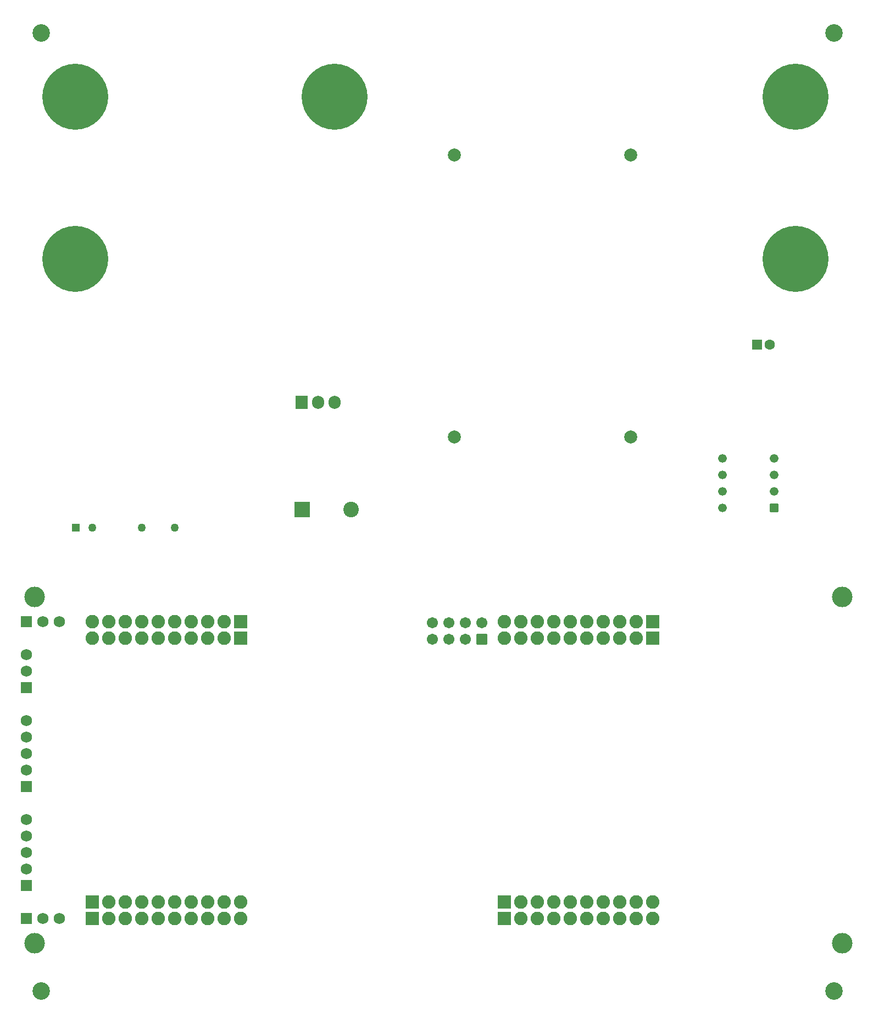
<source format=gbr>
%TF.GenerationSoftware,KiCad,Pcbnew,8.0.7*%
%TF.CreationDate,2025-03-02T22:18:17-05:00*%
%TF.ProjectId,Buck_Converter,4275636b-5f43-46f6-9e76-65727465722e,v0*%
%TF.SameCoordinates,Original*%
%TF.FileFunction,Soldermask,Bot*%
%TF.FilePolarity,Negative*%
%FSLAX46Y46*%
G04 Gerber Fmt 4.6, Leading zero omitted, Abs format (unit mm)*
G04 Created by KiCad (PCBNEW 8.0.7) date 2025-03-02 22:18:17*
%MOMM*%
%LPD*%
G01*
G04 APERTURE LIST*
G04 Aperture macros list*
%AMRoundRect*
0 Rectangle with rounded corners*
0 $1 Rounding radius*
0 $2 $3 $4 $5 $6 $7 $8 $9 X,Y pos of 4 corners*
0 Add a 4 corners polygon primitive as box body*
4,1,4,$2,$3,$4,$5,$6,$7,$8,$9,$2,$3,0*
0 Add four circle primitives for the rounded corners*
1,1,$1+$1,$2,$3*
1,1,$1+$1,$4,$5*
1,1,$1+$1,$6,$7*
1,1,$1+$1,$8,$9*
0 Add four rect primitives between the rounded corners*
20,1,$1+$1,$2,$3,$4,$5,0*
20,1,$1+$1,$4,$5,$6,$7,0*
20,1,$1+$1,$6,$7,$8,$9,0*
20,1,$1+$1,$8,$9,$2,$3,0*%
G04 Aperture macros list end*
%ADD10C,10.160000*%
%ADD11R,1.600000X1.600000*%
%ADD12C,1.600000*%
%ADD13C,2.000000*%
%ADD14C,2.700000*%
%ADD15C,3.175000*%
%ADD16RoundRect,0.102000X0.939800X0.939800X-0.939800X0.939800X-0.939800X-0.939800X0.939800X-0.939800X0*%
%ADD17C,2.083600*%
%ADD18RoundRect,0.102000X0.762000X0.762000X-0.762000X0.762000X-0.762000X-0.762000X0.762000X-0.762000X0*%
%ADD19C,1.728000*%
%ADD20RoundRect,0.102000X0.750000X0.750000X-0.750000X0.750000X-0.750000X-0.750000X0.750000X-0.750000X0*%
%ADD21C,1.704000*%
%ADD22RoundRect,0.102000X0.565000X0.565000X-0.565000X0.565000X-0.565000X-0.565000X0.565000X-0.565000X0*%
%ADD23C,1.334000*%
%ADD24R,1.905000X2.000000*%
%ADD25O,1.905000X2.000000*%
%ADD26R,1.270000X1.270000*%
%ADD27C,1.270000*%
%ADD28R,2.400000X2.400000*%
%ADD29C,2.400000*%
G04 APERTURE END LIST*
D10*
%TO.C,J3*%
X70358000Y-46412000D03*
%TD*%
D11*
%TO.C,C5*%
X135442888Y-84582000D03*
D12*
X137442888Y-84582000D03*
%TD*%
D13*
%TO.C,L1*%
X88772000Y-98806000D03*
X115952000Y-98806000D03*
%TD*%
D14*
%TO.C,REF\u002A\u002A*%
X25146000Y-36576000D03*
%TD*%
D15*
%TO.C,U2*%
X148590000Y-176784000D03*
X148590000Y-123444000D03*
X24130000Y-176784000D03*
X24130000Y-123444000D03*
D16*
X119380000Y-127254000D03*
D17*
X116840000Y-127254000D03*
X114300000Y-127254000D03*
X111760000Y-127254000D03*
X109220000Y-127254000D03*
X106680000Y-127254000D03*
X104140000Y-127254000D03*
X101600000Y-127254000D03*
X99060000Y-127254000D03*
X96520000Y-127254000D03*
D16*
X96520000Y-172974000D03*
D17*
X99060000Y-172974000D03*
X101600000Y-172974000D03*
X104140000Y-172974000D03*
X106680000Y-172974000D03*
X109220000Y-172974000D03*
X111760000Y-172974000D03*
X114300000Y-172974000D03*
X116840000Y-172974000D03*
X119380000Y-172974000D03*
D16*
X119380000Y-129794000D03*
D17*
X116840000Y-129794000D03*
X114300000Y-129794000D03*
X111760000Y-129794000D03*
X109220000Y-129794000D03*
X106680000Y-129794000D03*
X104140000Y-129794000D03*
X101600000Y-129794000D03*
X99060000Y-129794000D03*
X96520000Y-129794000D03*
D16*
X96520000Y-170434000D03*
D17*
X99060000Y-170434000D03*
X101600000Y-170434000D03*
X104140000Y-170434000D03*
X106680000Y-170434000D03*
X109220000Y-170434000D03*
X111760000Y-170434000D03*
X114300000Y-170434000D03*
X116840000Y-170434000D03*
X119380000Y-170434000D03*
D16*
X55880000Y-127254000D03*
D17*
X53340000Y-127254000D03*
X50800000Y-127254000D03*
X48260000Y-127254000D03*
X45720000Y-127254000D03*
X43180000Y-127254000D03*
X40640000Y-127254000D03*
X38100000Y-127254000D03*
X35560000Y-127254000D03*
X33020000Y-127254000D03*
D16*
X33020000Y-172974000D03*
D17*
X35560000Y-172974000D03*
X38100000Y-172974000D03*
X40640000Y-172974000D03*
X43180000Y-172974000D03*
X45720000Y-172974000D03*
X48260000Y-172974000D03*
X50800000Y-172974000D03*
X53340000Y-172974000D03*
X55880000Y-172974000D03*
D16*
X55880000Y-129794000D03*
D17*
X53340000Y-129794000D03*
X50800000Y-129794000D03*
X48260000Y-129794000D03*
X45720000Y-129794000D03*
X43180000Y-129794000D03*
X40640000Y-129794000D03*
X38100000Y-129794000D03*
X35560000Y-129794000D03*
X33020000Y-129794000D03*
D16*
X33020000Y-170434000D03*
D17*
X35560000Y-170434000D03*
X38100000Y-170434000D03*
X40640000Y-170434000D03*
X43180000Y-170434000D03*
X45720000Y-170434000D03*
X48260000Y-170434000D03*
X50800000Y-170434000D03*
X53340000Y-170434000D03*
X55880000Y-170434000D03*
D18*
X22860000Y-172974000D03*
D19*
X25400000Y-172974000D03*
X27940000Y-172974000D03*
D18*
X22860000Y-137414000D03*
D19*
X22860000Y-134874000D03*
X22860000Y-132334000D03*
D18*
X22860000Y-167894000D03*
D19*
X22860000Y-165354000D03*
X22860000Y-162814000D03*
X22860000Y-160274000D03*
X22860000Y-157734000D03*
D18*
X22860000Y-152654000D03*
D19*
X22860000Y-150114000D03*
X22860000Y-147574000D03*
X22860000Y-145034000D03*
X22860000Y-142494000D03*
D18*
X22860000Y-127254000D03*
D19*
X25400000Y-127254000D03*
X27940000Y-127254000D03*
D20*
X93036000Y-130028000D03*
D21*
X93036000Y-127488000D03*
X90496000Y-130028000D03*
X90496000Y-127488000D03*
X87956000Y-130028000D03*
X87956000Y-127488000D03*
X85416000Y-130028000D03*
X85416000Y-127488000D03*
%TD*%
D13*
%TO.C,L2*%
X88772000Y-55372000D03*
X115952000Y-55372000D03*
%TD*%
D14*
%TO.C,REF\u002A\u002A*%
X147320000Y-36576000D03*
%TD*%
%TO.C,REF\u002A\u002A*%
X25146000Y-184150000D03*
%TD*%
%TO.C,REF\u002A\u002A*%
X147320000Y-184150000D03*
%TD*%
D22*
%TO.C,U1*%
X138082000Y-109728000D03*
D23*
X138082000Y-107188000D03*
X138082000Y-104648000D03*
X138082000Y-102108000D03*
X130142000Y-102108000D03*
X130142000Y-104648000D03*
X130142000Y-107188000D03*
X130142000Y-109728000D03*
%TD*%
D24*
%TO.C,Q1*%
X65278000Y-93472000D03*
D25*
X67818000Y-93472000D03*
X70358000Y-93472000D03*
%TD*%
D26*
%TO.C,U4*%
X30480000Y-112776000D03*
D27*
X33020000Y-112776000D03*
X40640000Y-112776000D03*
X45720000Y-112776000D03*
%TD*%
D10*
%TO.C,J4*%
X141428000Y-46412000D03*
%TD*%
%TO.C,J1*%
X30428000Y-46412000D03*
%TD*%
%TO.C,J5*%
X30428000Y-71412000D03*
%TD*%
D28*
%TO.C,C3*%
X65398000Y-109982000D03*
D29*
X72898000Y-109982000D03*
%TD*%
D10*
%TO.C,J2*%
X141428000Y-71412000D03*
%TD*%
M02*

</source>
